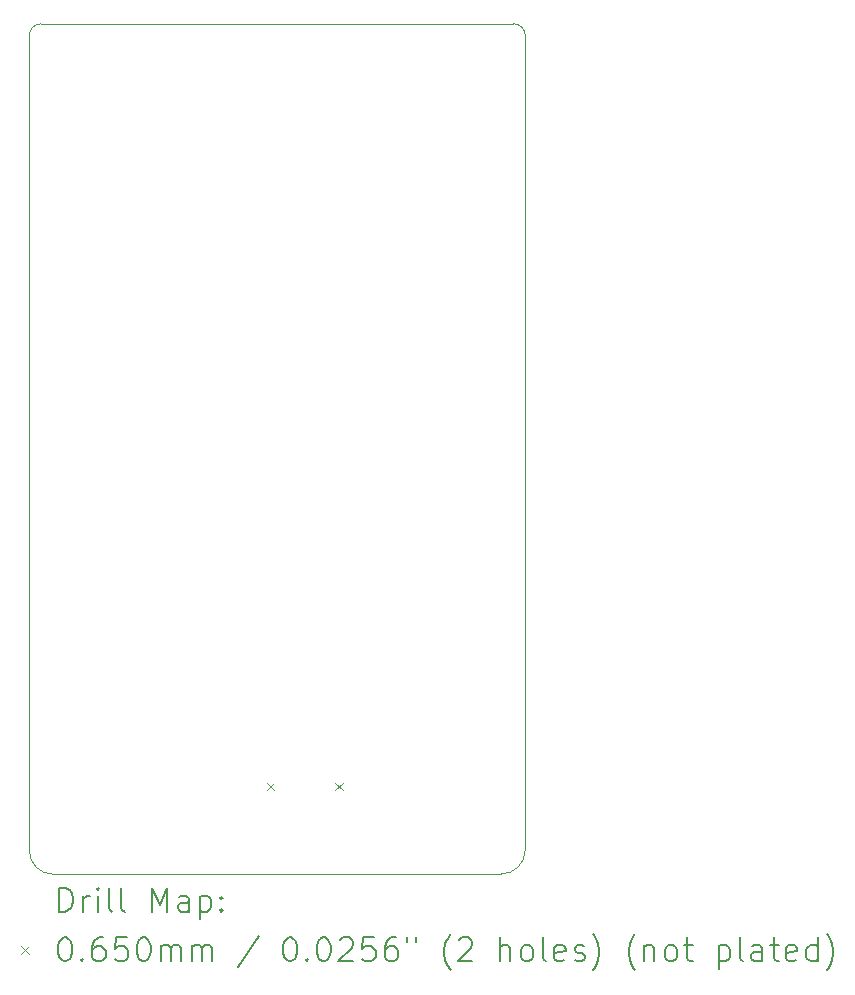
<source format=gbr>
%TF.GenerationSoftware,KiCad,Pcbnew,8.0.6*%
%TF.CreationDate,2024-12-02T04:17:25+07:00*%
%TF.ProjectId,PCB,5043422e-6b69-4636-9164-5f7063625858,rev?*%
%TF.SameCoordinates,Original*%
%TF.FileFunction,Drillmap*%
%TF.FilePolarity,Positive*%
%FSLAX45Y45*%
G04 Gerber Fmt 4.5, Leading zero omitted, Abs format (unit mm)*
G04 Created by KiCad (PCBNEW 8.0.6) date 2024-12-02 04:17:25*
%MOMM*%
%LPD*%
G01*
G04 APERTURE LIST*
%ADD10C,0.100000*%
%ADD11C,0.200000*%
G04 APERTURE END LIST*
D10*
X9800000Y-9000000D02*
G75*
G02*
X9600000Y-8800000I0J200000D01*
G01*
X13798579Y-8798579D02*
G75*
G02*
X13598579Y-8998579I-200000J0D01*
G01*
X13700000Y-1800000D02*
G75*
G02*
X13800000Y-1900000I0J-100000D01*
G01*
X9600000Y-1900000D02*
G75*
G02*
X9700000Y-1800000I100000J0D01*
G01*
X9600000Y-8800000D02*
X9600000Y-1900000D01*
X13598579Y-8998579D02*
X9800000Y-9000000D01*
X13800000Y-1900000D02*
X13798579Y-8798579D01*
X9700000Y-1800000D02*
X13700000Y-1800000D01*
D11*
D10*
X11610500Y-8225000D02*
X11675500Y-8290000D01*
X11675500Y-8225000D02*
X11610500Y-8290000D01*
X12188500Y-8225000D02*
X12253500Y-8290000D01*
X12253500Y-8225000D02*
X12188500Y-8290000D01*
D11*
X9855777Y-9316484D02*
X9855777Y-9116484D01*
X9855777Y-9116484D02*
X9903396Y-9116484D01*
X9903396Y-9116484D02*
X9931967Y-9126008D01*
X9931967Y-9126008D02*
X9951015Y-9145055D01*
X9951015Y-9145055D02*
X9960539Y-9164103D01*
X9960539Y-9164103D02*
X9970063Y-9202198D01*
X9970063Y-9202198D02*
X9970063Y-9230769D01*
X9970063Y-9230769D02*
X9960539Y-9268865D01*
X9960539Y-9268865D02*
X9951015Y-9287912D01*
X9951015Y-9287912D02*
X9931967Y-9306960D01*
X9931967Y-9306960D02*
X9903396Y-9316484D01*
X9903396Y-9316484D02*
X9855777Y-9316484D01*
X10055777Y-9316484D02*
X10055777Y-9183150D01*
X10055777Y-9221246D02*
X10065301Y-9202198D01*
X10065301Y-9202198D02*
X10074824Y-9192674D01*
X10074824Y-9192674D02*
X10093872Y-9183150D01*
X10093872Y-9183150D02*
X10112920Y-9183150D01*
X10179586Y-9316484D02*
X10179586Y-9183150D01*
X10179586Y-9116484D02*
X10170063Y-9126008D01*
X10170063Y-9126008D02*
X10179586Y-9135531D01*
X10179586Y-9135531D02*
X10189110Y-9126008D01*
X10189110Y-9126008D02*
X10179586Y-9116484D01*
X10179586Y-9116484D02*
X10179586Y-9135531D01*
X10303396Y-9316484D02*
X10284348Y-9306960D01*
X10284348Y-9306960D02*
X10274824Y-9287912D01*
X10274824Y-9287912D02*
X10274824Y-9116484D01*
X10408158Y-9316484D02*
X10389110Y-9306960D01*
X10389110Y-9306960D02*
X10379586Y-9287912D01*
X10379586Y-9287912D02*
X10379586Y-9116484D01*
X10636729Y-9316484D02*
X10636729Y-9116484D01*
X10636729Y-9116484D02*
X10703396Y-9259341D01*
X10703396Y-9259341D02*
X10770063Y-9116484D01*
X10770063Y-9116484D02*
X10770063Y-9316484D01*
X10951015Y-9316484D02*
X10951015Y-9211722D01*
X10951015Y-9211722D02*
X10941491Y-9192674D01*
X10941491Y-9192674D02*
X10922444Y-9183150D01*
X10922444Y-9183150D02*
X10884348Y-9183150D01*
X10884348Y-9183150D02*
X10865301Y-9192674D01*
X10951015Y-9306960D02*
X10931967Y-9316484D01*
X10931967Y-9316484D02*
X10884348Y-9316484D01*
X10884348Y-9316484D02*
X10865301Y-9306960D01*
X10865301Y-9306960D02*
X10855777Y-9287912D01*
X10855777Y-9287912D02*
X10855777Y-9268865D01*
X10855777Y-9268865D02*
X10865301Y-9249817D01*
X10865301Y-9249817D02*
X10884348Y-9240293D01*
X10884348Y-9240293D02*
X10931967Y-9240293D01*
X10931967Y-9240293D02*
X10951015Y-9230769D01*
X11046253Y-9183150D02*
X11046253Y-9383150D01*
X11046253Y-9192674D02*
X11065301Y-9183150D01*
X11065301Y-9183150D02*
X11103396Y-9183150D01*
X11103396Y-9183150D02*
X11122444Y-9192674D01*
X11122444Y-9192674D02*
X11131967Y-9202198D01*
X11131967Y-9202198D02*
X11141491Y-9221246D01*
X11141491Y-9221246D02*
X11141491Y-9278388D01*
X11141491Y-9278388D02*
X11131967Y-9297436D01*
X11131967Y-9297436D02*
X11122444Y-9306960D01*
X11122444Y-9306960D02*
X11103396Y-9316484D01*
X11103396Y-9316484D02*
X11065301Y-9316484D01*
X11065301Y-9316484D02*
X11046253Y-9306960D01*
X11227205Y-9297436D02*
X11236729Y-9306960D01*
X11236729Y-9306960D02*
X11227205Y-9316484D01*
X11227205Y-9316484D02*
X11217682Y-9306960D01*
X11217682Y-9306960D02*
X11227205Y-9297436D01*
X11227205Y-9297436D02*
X11227205Y-9316484D01*
X11227205Y-9192674D02*
X11236729Y-9202198D01*
X11236729Y-9202198D02*
X11227205Y-9211722D01*
X11227205Y-9211722D02*
X11217682Y-9202198D01*
X11217682Y-9202198D02*
X11227205Y-9192674D01*
X11227205Y-9192674D02*
X11227205Y-9211722D01*
D10*
X9530000Y-9612500D02*
X9595000Y-9677500D01*
X9595000Y-9612500D02*
X9530000Y-9677500D01*
D11*
X9893872Y-9536484D02*
X9912920Y-9536484D01*
X9912920Y-9536484D02*
X9931967Y-9546008D01*
X9931967Y-9546008D02*
X9941491Y-9555531D01*
X9941491Y-9555531D02*
X9951015Y-9574579D01*
X9951015Y-9574579D02*
X9960539Y-9612674D01*
X9960539Y-9612674D02*
X9960539Y-9660293D01*
X9960539Y-9660293D02*
X9951015Y-9698388D01*
X9951015Y-9698388D02*
X9941491Y-9717436D01*
X9941491Y-9717436D02*
X9931967Y-9726960D01*
X9931967Y-9726960D02*
X9912920Y-9736484D01*
X9912920Y-9736484D02*
X9893872Y-9736484D01*
X9893872Y-9736484D02*
X9874824Y-9726960D01*
X9874824Y-9726960D02*
X9865301Y-9717436D01*
X9865301Y-9717436D02*
X9855777Y-9698388D01*
X9855777Y-9698388D02*
X9846253Y-9660293D01*
X9846253Y-9660293D02*
X9846253Y-9612674D01*
X9846253Y-9612674D02*
X9855777Y-9574579D01*
X9855777Y-9574579D02*
X9865301Y-9555531D01*
X9865301Y-9555531D02*
X9874824Y-9546008D01*
X9874824Y-9546008D02*
X9893872Y-9536484D01*
X10046253Y-9717436D02*
X10055777Y-9726960D01*
X10055777Y-9726960D02*
X10046253Y-9736484D01*
X10046253Y-9736484D02*
X10036729Y-9726960D01*
X10036729Y-9726960D02*
X10046253Y-9717436D01*
X10046253Y-9717436D02*
X10046253Y-9736484D01*
X10227205Y-9536484D02*
X10189110Y-9536484D01*
X10189110Y-9536484D02*
X10170063Y-9546008D01*
X10170063Y-9546008D02*
X10160539Y-9555531D01*
X10160539Y-9555531D02*
X10141491Y-9584103D01*
X10141491Y-9584103D02*
X10131967Y-9622198D01*
X10131967Y-9622198D02*
X10131967Y-9698388D01*
X10131967Y-9698388D02*
X10141491Y-9717436D01*
X10141491Y-9717436D02*
X10151015Y-9726960D01*
X10151015Y-9726960D02*
X10170063Y-9736484D01*
X10170063Y-9736484D02*
X10208158Y-9736484D01*
X10208158Y-9736484D02*
X10227205Y-9726960D01*
X10227205Y-9726960D02*
X10236729Y-9717436D01*
X10236729Y-9717436D02*
X10246253Y-9698388D01*
X10246253Y-9698388D02*
X10246253Y-9650769D01*
X10246253Y-9650769D02*
X10236729Y-9631722D01*
X10236729Y-9631722D02*
X10227205Y-9622198D01*
X10227205Y-9622198D02*
X10208158Y-9612674D01*
X10208158Y-9612674D02*
X10170063Y-9612674D01*
X10170063Y-9612674D02*
X10151015Y-9622198D01*
X10151015Y-9622198D02*
X10141491Y-9631722D01*
X10141491Y-9631722D02*
X10131967Y-9650769D01*
X10427205Y-9536484D02*
X10331967Y-9536484D01*
X10331967Y-9536484D02*
X10322444Y-9631722D01*
X10322444Y-9631722D02*
X10331967Y-9622198D01*
X10331967Y-9622198D02*
X10351015Y-9612674D01*
X10351015Y-9612674D02*
X10398634Y-9612674D01*
X10398634Y-9612674D02*
X10417682Y-9622198D01*
X10417682Y-9622198D02*
X10427205Y-9631722D01*
X10427205Y-9631722D02*
X10436729Y-9650769D01*
X10436729Y-9650769D02*
X10436729Y-9698388D01*
X10436729Y-9698388D02*
X10427205Y-9717436D01*
X10427205Y-9717436D02*
X10417682Y-9726960D01*
X10417682Y-9726960D02*
X10398634Y-9736484D01*
X10398634Y-9736484D02*
X10351015Y-9736484D01*
X10351015Y-9736484D02*
X10331967Y-9726960D01*
X10331967Y-9726960D02*
X10322444Y-9717436D01*
X10560539Y-9536484D02*
X10579586Y-9536484D01*
X10579586Y-9536484D02*
X10598634Y-9546008D01*
X10598634Y-9546008D02*
X10608158Y-9555531D01*
X10608158Y-9555531D02*
X10617682Y-9574579D01*
X10617682Y-9574579D02*
X10627205Y-9612674D01*
X10627205Y-9612674D02*
X10627205Y-9660293D01*
X10627205Y-9660293D02*
X10617682Y-9698388D01*
X10617682Y-9698388D02*
X10608158Y-9717436D01*
X10608158Y-9717436D02*
X10598634Y-9726960D01*
X10598634Y-9726960D02*
X10579586Y-9736484D01*
X10579586Y-9736484D02*
X10560539Y-9736484D01*
X10560539Y-9736484D02*
X10541491Y-9726960D01*
X10541491Y-9726960D02*
X10531967Y-9717436D01*
X10531967Y-9717436D02*
X10522444Y-9698388D01*
X10522444Y-9698388D02*
X10512920Y-9660293D01*
X10512920Y-9660293D02*
X10512920Y-9612674D01*
X10512920Y-9612674D02*
X10522444Y-9574579D01*
X10522444Y-9574579D02*
X10531967Y-9555531D01*
X10531967Y-9555531D02*
X10541491Y-9546008D01*
X10541491Y-9546008D02*
X10560539Y-9536484D01*
X10712920Y-9736484D02*
X10712920Y-9603150D01*
X10712920Y-9622198D02*
X10722444Y-9612674D01*
X10722444Y-9612674D02*
X10741491Y-9603150D01*
X10741491Y-9603150D02*
X10770063Y-9603150D01*
X10770063Y-9603150D02*
X10789110Y-9612674D01*
X10789110Y-9612674D02*
X10798634Y-9631722D01*
X10798634Y-9631722D02*
X10798634Y-9736484D01*
X10798634Y-9631722D02*
X10808158Y-9612674D01*
X10808158Y-9612674D02*
X10827205Y-9603150D01*
X10827205Y-9603150D02*
X10855777Y-9603150D01*
X10855777Y-9603150D02*
X10874825Y-9612674D01*
X10874825Y-9612674D02*
X10884348Y-9631722D01*
X10884348Y-9631722D02*
X10884348Y-9736484D01*
X10979586Y-9736484D02*
X10979586Y-9603150D01*
X10979586Y-9622198D02*
X10989110Y-9612674D01*
X10989110Y-9612674D02*
X11008158Y-9603150D01*
X11008158Y-9603150D02*
X11036729Y-9603150D01*
X11036729Y-9603150D02*
X11055777Y-9612674D01*
X11055777Y-9612674D02*
X11065301Y-9631722D01*
X11065301Y-9631722D02*
X11065301Y-9736484D01*
X11065301Y-9631722D02*
X11074825Y-9612674D01*
X11074825Y-9612674D02*
X11093872Y-9603150D01*
X11093872Y-9603150D02*
X11122444Y-9603150D01*
X11122444Y-9603150D02*
X11141491Y-9612674D01*
X11141491Y-9612674D02*
X11151015Y-9631722D01*
X11151015Y-9631722D02*
X11151015Y-9736484D01*
X11541491Y-9526960D02*
X11370063Y-9784103D01*
X11798634Y-9536484D02*
X11817682Y-9536484D01*
X11817682Y-9536484D02*
X11836729Y-9546008D01*
X11836729Y-9546008D02*
X11846253Y-9555531D01*
X11846253Y-9555531D02*
X11855777Y-9574579D01*
X11855777Y-9574579D02*
X11865301Y-9612674D01*
X11865301Y-9612674D02*
X11865301Y-9660293D01*
X11865301Y-9660293D02*
X11855777Y-9698388D01*
X11855777Y-9698388D02*
X11846253Y-9717436D01*
X11846253Y-9717436D02*
X11836729Y-9726960D01*
X11836729Y-9726960D02*
X11817682Y-9736484D01*
X11817682Y-9736484D02*
X11798634Y-9736484D01*
X11798634Y-9736484D02*
X11779586Y-9726960D01*
X11779586Y-9726960D02*
X11770063Y-9717436D01*
X11770063Y-9717436D02*
X11760539Y-9698388D01*
X11760539Y-9698388D02*
X11751015Y-9660293D01*
X11751015Y-9660293D02*
X11751015Y-9612674D01*
X11751015Y-9612674D02*
X11760539Y-9574579D01*
X11760539Y-9574579D02*
X11770063Y-9555531D01*
X11770063Y-9555531D02*
X11779586Y-9546008D01*
X11779586Y-9546008D02*
X11798634Y-9536484D01*
X11951015Y-9717436D02*
X11960539Y-9726960D01*
X11960539Y-9726960D02*
X11951015Y-9736484D01*
X11951015Y-9736484D02*
X11941491Y-9726960D01*
X11941491Y-9726960D02*
X11951015Y-9717436D01*
X11951015Y-9717436D02*
X11951015Y-9736484D01*
X12084348Y-9536484D02*
X12103396Y-9536484D01*
X12103396Y-9536484D02*
X12122444Y-9546008D01*
X12122444Y-9546008D02*
X12131967Y-9555531D01*
X12131967Y-9555531D02*
X12141491Y-9574579D01*
X12141491Y-9574579D02*
X12151015Y-9612674D01*
X12151015Y-9612674D02*
X12151015Y-9660293D01*
X12151015Y-9660293D02*
X12141491Y-9698388D01*
X12141491Y-9698388D02*
X12131967Y-9717436D01*
X12131967Y-9717436D02*
X12122444Y-9726960D01*
X12122444Y-9726960D02*
X12103396Y-9736484D01*
X12103396Y-9736484D02*
X12084348Y-9736484D01*
X12084348Y-9736484D02*
X12065301Y-9726960D01*
X12065301Y-9726960D02*
X12055777Y-9717436D01*
X12055777Y-9717436D02*
X12046253Y-9698388D01*
X12046253Y-9698388D02*
X12036729Y-9660293D01*
X12036729Y-9660293D02*
X12036729Y-9612674D01*
X12036729Y-9612674D02*
X12046253Y-9574579D01*
X12046253Y-9574579D02*
X12055777Y-9555531D01*
X12055777Y-9555531D02*
X12065301Y-9546008D01*
X12065301Y-9546008D02*
X12084348Y-9536484D01*
X12227206Y-9555531D02*
X12236729Y-9546008D01*
X12236729Y-9546008D02*
X12255777Y-9536484D01*
X12255777Y-9536484D02*
X12303396Y-9536484D01*
X12303396Y-9536484D02*
X12322444Y-9546008D01*
X12322444Y-9546008D02*
X12331967Y-9555531D01*
X12331967Y-9555531D02*
X12341491Y-9574579D01*
X12341491Y-9574579D02*
X12341491Y-9593627D01*
X12341491Y-9593627D02*
X12331967Y-9622198D01*
X12331967Y-9622198D02*
X12217682Y-9736484D01*
X12217682Y-9736484D02*
X12341491Y-9736484D01*
X12522444Y-9536484D02*
X12427206Y-9536484D01*
X12427206Y-9536484D02*
X12417682Y-9631722D01*
X12417682Y-9631722D02*
X12427206Y-9622198D01*
X12427206Y-9622198D02*
X12446253Y-9612674D01*
X12446253Y-9612674D02*
X12493872Y-9612674D01*
X12493872Y-9612674D02*
X12512920Y-9622198D01*
X12512920Y-9622198D02*
X12522444Y-9631722D01*
X12522444Y-9631722D02*
X12531967Y-9650769D01*
X12531967Y-9650769D02*
X12531967Y-9698388D01*
X12531967Y-9698388D02*
X12522444Y-9717436D01*
X12522444Y-9717436D02*
X12512920Y-9726960D01*
X12512920Y-9726960D02*
X12493872Y-9736484D01*
X12493872Y-9736484D02*
X12446253Y-9736484D01*
X12446253Y-9736484D02*
X12427206Y-9726960D01*
X12427206Y-9726960D02*
X12417682Y-9717436D01*
X12703396Y-9536484D02*
X12665301Y-9536484D01*
X12665301Y-9536484D02*
X12646253Y-9546008D01*
X12646253Y-9546008D02*
X12636729Y-9555531D01*
X12636729Y-9555531D02*
X12617682Y-9584103D01*
X12617682Y-9584103D02*
X12608158Y-9622198D01*
X12608158Y-9622198D02*
X12608158Y-9698388D01*
X12608158Y-9698388D02*
X12617682Y-9717436D01*
X12617682Y-9717436D02*
X12627206Y-9726960D01*
X12627206Y-9726960D02*
X12646253Y-9736484D01*
X12646253Y-9736484D02*
X12684348Y-9736484D01*
X12684348Y-9736484D02*
X12703396Y-9726960D01*
X12703396Y-9726960D02*
X12712920Y-9717436D01*
X12712920Y-9717436D02*
X12722444Y-9698388D01*
X12722444Y-9698388D02*
X12722444Y-9650769D01*
X12722444Y-9650769D02*
X12712920Y-9631722D01*
X12712920Y-9631722D02*
X12703396Y-9622198D01*
X12703396Y-9622198D02*
X12684348Y-9612674D01*
X12684348Y-9612674D02*
X12646253Y-9612674D01*
X12646253Y-9612674D02*
X12627206Y-9622198D01*
X12627206Y-9622198D02*
X12617682Y-9631722D01*
X12617682Y-9631722D02*
X12608158Y-9650769D01*
X12798634Y-9536484D02*
X12798634Y-9574579D01*
X12874825Y-9536484D02*
X12874825Y-9574579D01*
X13170063Y-9812674D02*
X13160539Y-9803150D01*
X13160539Y-9803150D02*
X13141491Y-9774579D01*
X13141491Y-9774579D02*
X13131968Y-9755531D01*
X13131968Y-9755531D02*
X13122444Y-9726960D01*
X13122444Y-9726960D02*
X13112920Y-9679341D01*
X13112920Y-9679341D02*
X13112920Y-9641246D01*
X13112920Y-9641246D02*
X13122444Y-9593627D01*
X13122444Y-9593627D02*
X13131968Y-9565055D01*
X13131968Y-9565055D02*
X13141491Y-9546008D01*
X13141491Y-9546008D02*
X13160539Y-9517436D01*
X13160539Y-9517436D02*
X13170063Y-9507912D01*
X13236729Y-9555531D02*
X13246253Y-9546008D01*
X13246253Y-9546008D02*
X13265301Y-9536484D01*
X13265301Y-9536484D02*
X13312920Y-9536484D01*
X13312920Y-9536484D02*
X13331968Y-9546008D01*
X13331968Y-9546008D02*
X13341491Y-9555531D01*
X13341491Y-9555531D02*
X13351015Y-9574579D01*
X13351015Y-9574579D02*
X13351015Y-9593627D01*
X13351015Y-9593627D02*
X13341491Y-9622198D01*
X13341491Y-9622198D02*
X13227206Y-9736484D01*
X13227206Y-9736484D02*
X13351015Y-9736484D01*
X13589110Y-9736484D02*
X13589110Y-9536484D01*
X13674825Y-9736484D02*
X13674825Y-9631722D01*
X13674825Y-9631722D02*
X13665301Y-9612674D01*
X13665301Y-9612674D02*
X13646253Y-9603150D01*
X13646253Y-9603150D02*
X13617682Y-9603150D01*
X13617682Y-9603150D02*
X13598634Y-9612674D01*
X13598634Y-9612674D02*
X13589110Y-9622198D01*
X13798634Y-9736484D02*
X13779587Y-9726960D01*
X13779587Y-9726960D02*
X13770063Y-9717436D01*
X13770063Y-9717436D02*
X13760539Y-9698388D01*
X13760539Y-9698388D02*
X13760539Y-9641246D01*
X13760539Y-9641246D02*
X13770063Y-9622198D01*
X13770063Y-9622198D02*
X13779587Y-9612674D01*
X13779587Y-9612674D02*
X13798634Y-9603150D01*
X13798634Y-9603150D02*
X13827206Y-9603150D01*
X13827206Y-9603150D02*
X13846253Y-9612674D01*
X13846253Y-9612674D02*
X13855777Y-9622198D01*
X13855777Y-9622198D02*
X13865301Y-9641246D01*
X13865301Y-9641246D02*
X13865301Y-9698388D01*
X13865301Y-9698388D02*
X13855777Y-9717436D01*
X13855777Y-9717436D02*
X13846253Y-9726960D01*
X13846253Y-9726960D02*
X13827206Y-9736484D01*
X13827206Y-9736484D02*
X13798634Y-9736484D01*
X13979587Y-9736484D02*
X13960539Y-9726960D01*
X13960539Y-9726960D02*
X13951015Y-9707912D01*
X13951015Y-9707912D02*
X13951015Y-9536484D01*
X14131968Y-9726960D02*
X14112920Y-9736484D01*
X14112920Y-9736484D02*
X14074825Y-9736484D01*
X14074825Y-9736484D02*
X14055777Y-9726960D01*
X14055777Y-9726960D02*
X14046253Y-9707912D01*
X14046253Y-9707912D02*
X14046253Y-9631722D01*
X14046253Y-9631722D02*
X14055777Y-9612674D01*
X14055777Y-9612674D02*
X14074825Y-9603150D01*
X14074825Y-9603150D02*
X14112920Y-9603150D01*
X14112920Y-9603150D02*
X14131968Y-9612674D01*
X14131968Y-9612674D02*
X14141491Y-9631722D01*
X14141491Y-9631722D02*
X14141491Y-9650769D01*
X14141491Y-9650769D02*
X14046253Y-9669817D01*
X14217682Y-9726960D02*
X14236730Y-9736484D01*
X14236730Y-9736484D02*
X14274825Y-9736484D01*
X14274825Y-9736484D02*
X14293872Y-9726960D01*
X14293872Y-9726960D02*
X14303396Y-9707912D01*
X14303396Y-9707912D02*
X14303396Y-9698388D01*
X14303396Y-9698388D02*
X14293872Y-9679341D01*
X14293872Y-9679341D02*
X14274825Y-9669817D01*
X14274825Y-9669817D02*
X14246253Y-9669817D01*
X14246253Y-9669817D02*
X14227206Y-9660293D01*
X14227206Y-9660293D02*
X14217682Y-9641246D01*
X14217682Y-9641246D02*
X14217682Y-9631722D01*
X14217682Y-9631722D02*
X14227206Y-9612674D01*
X14227206Y-9612674D02*
X14246253Y-9603150D01*
X14246253Y-9603150D02*
X14274825Y-9603150D01*
X14274825Y-9603150D02*
X14293872Y-9612674D01*
X14370063Y-9812674D02*
X14379587Y-9803150D01*
X14379587Y-9803150D02*
X14398634Y-9774579D01*
X14398634Y-9774579D02*
X14408158Y-9755531D01*
X14408158Y-9755531D02*
X14417682Y-9726960D01*
X14417682Y-9726960D02*
X14427206Y-9679341D01*
X14427206Y-9679341D02*
X14427206Y-9641246D01*
X14427206Y-9641246D02*
X14417682Y-9593627D01*
X14417682Y-9593627D02*
X14408158Y-9565055D01*
X14408158Y-9565055D02*
X14398634Y-9546008D01*
X14398634Y-9546008D02*
X14379587Y-9517436D01*
X14379587Y-9517436D02*
X14370063Y-9507912D01*
X14731968Y-9812674D02*
X14722444Y-9803150D01*
X14722444Y-9803150D02*
X14703396Y-9774579D01*
X14703396Y-9774579D02*
X14693872Y-9755531D01*
X14693872Y-9755531D02*
X14684349Y-9726960D01*
X14684349Y-9726960D02*
X14674825Y-9679341D01*
X14674825Y-9679341D02*
X14674825Y-9641246D01*
X14674825Y-9641246D02*
X14684349Y-9593627D01*
X14684349Y-9593627D02*
X14693872Y-9565055D01*
X14693872Y-9565055D02*
X14703396Y-9546008D01*
X14703396Y-9546008D02*
X14722444Y-9517436D01*
X14722444Y-9517436D02*
X14731968Y-9507912D01*
X14808158Y-9603150D02*
X14808158Y-9736484D01*
X14808158Y-9622198D02*
X14817682Y-9612674D01*
X14817682Y-9612674D02*
X14836730Y-9603150D01*
X14836730Y-9603150D02*
X14865301Y-9603150D01*
X14865301Y-9603150D02*
X14884349Y-9612674D01*
X14884349Y-9612674D02*
X14893872Y-9631722D01*
X14893872Y-9631722D02*
X14893872Y-9736484D01*
X15017682Y-9736484D02*
X14998634Y-9726960D01*
X14998634Y-9726960D02*
X14989111Y-9717436D01*
X14989111Y-9717436D02*
X14979587Y-9698388D01*
X14979587Y-9698388D02*
X14979587Y-9641246D01*
X14979587Y-9641246D02*
X14989111Y-9622198D01*
X14989111Y-9622198D02*
X14998634Y-9612674D01*
X14998634Y-9612674D02*
X15017682Y-9603150D01*
X15017682Y-9603150D02*
X15046253Y-9603150D01*
X15046253Y-9603150D02*
X15065301Y-9612674D01*
X15065301Y-9612674D02*
X15074825Y-9622198D01*
X15074825Y-9622198D02*
X15084349Y-9641246D01*
X15084349Y-9641246D02*
X15084349Y-9698388D01*
X15084349Y-9698388D02*
X15074825Y-9717436D01*
X15074825Y-9717436D02*
X15065301Y-9726960D01*
X15065301Y-9726960D02*
X15046253Y-9736484D01*
X15046253Y-9736484D02*
X15017682Y-9736484D01*
X15141492Y-9603150D02*
X15217682Y-9603150D01*
X15170063Y-9536484D02*
X15170063Y-9707912D01*
X15170063Y-9707912D02*
X15179587Y-9726960D01*
X15179587Y-9726960D02*
X15198634Y-9736484D01*
X15198634Y-9736484D02*
X15217682Y-9736484D01*
X15436730Y-9603150D02*
X15436730Y-9803150D01*
X15436730Y-9612674D02*
X15455777Y-9603150D01*
X15455777Y-9603150D02*
X15493873Y-9603150D01*
X15493873Y-9603150D02*
X15512920Y-9612674D01*
X15512920Y-9612674D02*
X15522444Y-9622198D01*
X15522444Y-9622198D02*
X15531968Y-9641246D01*
X15531968Y-9641246D02*
X15531968Y-9698388D01*
X15531968Y-9698388D02*
X15522444Y-9717436D01*
X15522444Y-9717436D02*
X15512920Y-9726960D01*
X15512920Y-9726960D02*
X15493873Y-9736484D01*
X15493873Y-9736484D02*
X15455777Y-9736484D01*
X15455777Y-9736484D02*
X15436730Y-9726960D01*
X15646253Y-9736484D02*
X15627206Y-9726960D01*
X15627206Y-9726960D02*
X15617682Y-9707912D01*
X15617682Y-9707912D02*
X15617682Y-9536484D01*
X15808158Y-9736484D02*
X15808158Y-9631722D01*
X15808158Y-9631722D02*
X15798634Y-9612674D01*
X15798634Y-9612674D02*
X15779587Y-9603150D01*
X15779587Y-9603150D02*
X15741492Y-9603150D01*
X15741492Y-9603150D02*
X15722444Y-9612674D01*
X15808158Y-9726960D02*
X15789111Y-9736484D01*
X15789111Y-9736484D02*
X15741492Y-9736484D01*
X15741492Y-9736484D02*
X15722444Y-9726960D01*
X15722444Y-9726960D02*
X15712920Y-9707912D01*
X15712920Y-9707912D02*
X15712920Y-9688865D01*
X15712920Y-9688865D02*
X15722444Y-9669817D01*
X15722444Y-9669817D02*
X15741492Y-9660293D01*
X15741492Y-9660293D02*
X15789111Y-9660293D01*
X15789111Y-9660293D02*
X15808158Y-9650769D01*
X15874825Y-9603150D02*
X15951015Y-9603150D01*
X15903396Y-9536484D02*
X15903396Y-9707912D01*
X15903396Y-9707912D02*
X15912920Y-9726960D01*
X15912920Y-9726960D02*
X15931968Y-9736484D01*
X15931968Y-9736484D02*
X15951015Y-9736484D01*
X16093873Y-9726960D02*
X16074825Y-9736484D01*
X16074825Y-9736484D02*
X16036730Y-9736484D01*
X16036730Y-9736484D02*
X16017682Y-9726960D01*
X16017682Y-9726960D02*
X16008158Y-9707912D01*
X16008158Y-9707912D02*
X16008158Y-9631722D01*
X16008158Y-9631722D02*
X16017682Y-9612674D01*
X16017682Y-9612674D02*
X16036730Y-9603150D01*
X16036730Y-9603150D02*
X16074825Y-9603150D01*
X16074825Y-9603150D02*
X16093873Y-9612674D01*
X16093873Y-9612674D02*
X16103396Y-9631722D01*
X16103396Y-9631722D02*
X16103396Y-9650769D01*
X16103396Y-9650769D02*
X16008158Y-9669817D01*
X16274825Y-9736484D02*
X16274825Y-9536484D01*
X16274825Y-9726960D02*
X16255777Y-9736484D01*
X16255777Y-9736484D02*
X16217682Y-9736484D01*
X16217682Y-9736484D02*
X16198634Y-9726960D01*
X16198634Y-9726960D02*
X16189111Y-9717436D01*
X16189111Y-9717436D02*
X16179587Y-9698388D01*
X16179587Y-9698388D02*
X16179587Y-9641246D01*
X16179587Y-9641246D02*
X16189111Y-9622198D01*
X16189111Y-9622198D02*
X16198634Y-9612674D01*
X16198634Y-9612674D02*
X16217682Y-9603150D01*
X16217682Y-9603150D02*
X16255777Y-9603150D01*
X16255777Y-9603150D02*
X16274825Y-9612674D01*
X16351015Y-9812674D02*
X16360539Y-9803150D01*
X16360539Y-9803150D02*
X16379587Y-9774579D01*
X16379587Y-9774579D02*
X16389111Y-9755531D01*
X16389111Y-9755531D02*
X16398634Y-9726960D01*
X16398634Y-9726960D02*
X16408158Y-9679341D01*
X16408158Y-9679341D02*
X16408158Y-9641246D01*
X16408158Y-9641246D02*
X16398634Y-9593627D01*
X16398634Y-9593627D02*
X16389111Y-9565055D01*
X16389111Y-9565055D02*
X16379587Y-9546008D01*
X16379587Y-9546008D02*
X16360539Y-9517436D01*
X16360539Y-9517436D02*
X16351015Y-9507912D01*
M02*

</source>
